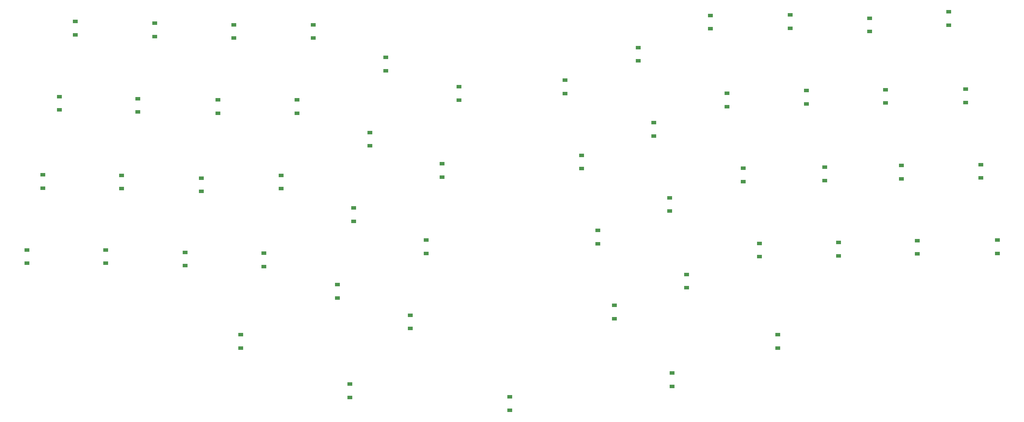
<source format=gbr>
G04 EAGLE Gerber RS-274X export*
G75*
%MOMM*%
%FSLAX34Y34*%
%LPD*%
%INSolderpaste Bottom*%
%IPPOS*%
%AMOC8*
5,1,8,0,0,1.08239X$1,22.5*%
G01*
%ADD10R,1.220000X0.910000*%


D10*
X298000Y986650D03*
X298000Y1019350D03*
X686000Y978650D03*
X686000Y1011350D03*
X1059000Y898650D03*
X1059000Y931350D03*
X1498000Y842650D03*
X1498000Y875350D03*
X1855000Y1001650D03*
X1855000Y1034350D03*
X2245000Y994650D03*
X2245000Y1027350D03*
X259000Y802650D03*
X259000Y835350D03*
X647000Y794650D03*
X647000Y827350D03*
X1020000Y714650D03*
X1020000Y747350D03*
X1539000Y658650D03*
X1539000Y691350D03*
X1895000Y810650D03*
X1895000Y843350D03*
X2284000Y819650D03*
X2284000Y852350D03*
X218000Y610650D03*
X218000Y643350D03*
X607000Y602650D03*
X607000Y635350D03*
X980000Y529650D03*
X980000Y562350D03*
X1579000Y474650D03*
X1579000Y507350D03*
X1935000Y626650D03*
X1935000Y659350D03*
X2323000Y633650D03*
X2323000Y666350D03*
X179000Y426650D03*
X179000Y459350D03*
X567000Y420650D03*
X567000Y453350D03*
X940000Y341650D03*
X940000Y374350D03*
X1619000Y290650D03*
X1619000Y323350D03*
X1975000Y442650D03*
X1975000Y475350D03*
X2362000Y449650D03*
X2362000Y482350D03*
X492000Y982650D03*
X492000Y1015350D03*
X881000Y978650D03*
X881000Y1011350D03*
X1238000Y826650D03*
X1238000Y859350D03*
X1678000Y922650D03*
X1678000Y955350D03*
X2050000Y1002650D03*
X2050000Y1035350D03*
X2439000Y1010650D03*
X2439000Y1043350D03*
X451000Y797650D03*
X451000Y830350D03*
X841000Y794650D03*
X841000Y827350D03*
X1197000Y637650D03*
X1197000Y670350D03*
X1716000Y738650D03*
X1716000Y771350D03*
X2090000Y817650D03*
X2090000Y850350D03*
X2480000Y820650D03*
X2480000Y853350D03*
X411000Y609650D03*
X411000Y642350D03*
X802000Y609650D03*
X802000Y642350D03*
X1158000Y450650D03*
X1158000Y483350D03*
X1755000Y554650D03*
X1755000Y587350D03*
X2135000Y629650D03*
X2135000Y662350D03*
X2518000Y635650D03*
X2518000Y668350D03*
X372000Y426650D03*
X372000Y459350D03*
X760000Y418650D03*
X760000Y451350D03*
X1119000Y266650D03*
X1119000Y299350D03*
X1796000Y366650D03*
X1796000Y399350D03*
X2169000Y444650D03*
X2169000Y477350D03*
X2558000Y450650D03*
X2558000Y483350D03*
X703000Y218650D03*
X703000Y251350D03*
X971000Y97650D03*
X971000Y130350D03*
X1363000Y66650D03*
X1363000Y99350D03*
X1761000Y124650D03*
X1761000Y157350D03*
X2020000Y218650D03*
X2020000Y251350D03*
M02*

</source>
